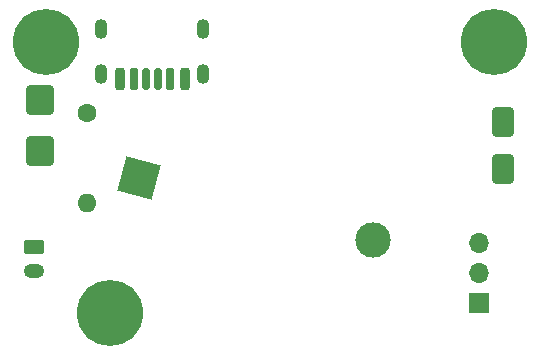
<source format=gbr>
%TF.GenerationSoftware,KiCad,Pcbnew,7.0.8*%
%TF.CreationDate,2025-01-10T13:03:09+01:00*%
%TF.ProjectId,LIR2032-charger,4c495232-3033-4322-9d63-686172676572,rev?*%
%TF.SameCoordinates,Original*%
%TF.FileFunction,Soldermask,Bot*%
%TF.FilePolarity,Negative*%
%FSLAX46Y46*%
G04 Gerber Fmt 4.6, Leading zero omitted, Abs format (unit mm)*
G04 Created by KiCad (PCBNEW 7.0.8) date 2025-01-10 13:03:09*
%MOMM*%
%LPD*%
G01*
G04 APERTURE LIST*
G04 Aperture macros list*
%AMRoundRect*
0 Rectangle with rounded corners*
0 $1 Rounding radius*
0 $2 $3 $4 $5 $6 $7 $8 $9 X,Y pos of 4 corners*
0 Add a 4 corners polygon primitive as box body*
4,1,4,$2,$3,$4,$5,$6,$7,$8,$9,$2,$3,0*
0 Add four circle primitives for the rounded corners*
1,1,$1+$1,$2,$3*
1,1,$1+$1,$4,$5*
1,1,$1+$1,$6,$7*
1,1,$1+$1,$8,$9*
0 Add four rect primitives between the rounded corners*
20,1,$1+$1,$2,$3,$4,$5,0*
20,1,$1+$1,$4,$5,$6,$7,0*
20,1,$1+$1,$6,$7,$8,$9,0*
20,1,$1+$1,$8,$9,$2,$3,0*%
%AMRotRect*
0 Rectangle, with rotation*
0 The origin of the aperture is its center*
0 $1 length*
0 $2 width*
0 $3 Rotation angle, in degrees counterclockwise*
0 Add horizontal line*
21,1,$1,$2,0,0,$3*%
G04 Aperture macros list end*
%ADD10R,1.700000X1.700000*%
%ADD11O,1.700000X1.700000*%
%ADD12C,5.600000*%
%ADD13RotRect,3.000000X3.000000X345.000000*%
%ADD14C,3.000000*%
%ADD15C,1.600000*%
%ADD16O,1.600000X1.600000*%
%ADD17RoundRect,0.250000X0.900000X-1.000000X0.900000X1.000000X-0.900000X1.000000X-0.900000X-1.000000X0*%
%ADD18RoundRect,0.175000X-0.175000X-0.750000X0.175000X-0.750000X0.175000X0.750000X-0.175000X0.750000X0*%
%ADD19RoundRect,0.190000X0.190000X0.735000X-0.190000X0.735000X-0.190000X-0.735000X0.190000X-0.735000X0*%
%ADD20RoundRect,0.200000X0.200000X0.725000X-0.200000X0.725000X-0.200000X-0.725000X0.200000X-0.725000X0*%
%ADD21RoundRect,0.175000X0.175000X0.750000X-0.175000X0.750000X-0.175000X-0.750000X0.175000X-0.750000X0*%
%ADD22RoundRect,0.190000X-0.190000X-0.735000X0.190000X-0.735000X0.190000X0.735000X-0.190000X0.735000X0*%
%ADD23RoundRect,0.200000X-0.200000X-0.725000X0.200000X-0.725000X0.200000X0.725000X-0.200000X0.725000X0*%
%ADD24O,1.100000X1.700000*%
%ADD25RoundRect,0.250000X-0.625000X0.350000X-0.625000X-0.350000X0.625000X-0.350000X0.625000X0.350000X0*%
%ADD26O,1.750000X1.200000*%
%ADD27RoundRect,0.250000X0.650000X-1.000000X0.650000X1.000000X-0.650000X1.000000X-0.650000X-1.000000X0*%
G04 APERTURE END LIST*
D10*
%TO.C,J3*%
X156300000Y-73680000D03*
D11*
X156300000Y-71140000D03*
X156300000Y-68600000D03*
%TD*%
D12*
%TO.C,H3*%
X125000000Y-74600000D03*
%TD*%
%TO.C,H1*%
X157500000Y-51600000D03*
%TD*%
%TO.C,H2*%
X119600000Y-51600000D03*
%TD*%
D13*
%TO.C,J1*%
X127508180Y-63096798D03*
D14*
X147300000Y-68400000D03*
%TD*%
D15*
%TO.C,R13*%
X123100000Y-57590000D03*
D16*
X123100000Y-65210000D03*
%TD*%
D17*
%TO.C,D4*%
X119100000Y-60850000D03*
X119100000Y-56550000D03*
%TD*%
D18*
%TO.C,J4*%
X128100000Y-54752500D03*
D19*
X130120000Y-54752500D03*
D20*
X131350000Y-54752500D03*
D21*
X129100000Y-54752500D03*
D22*
X127080000Y-54752500D03*
D23*
X125850000Y-54752500D03*
D24*
X124280000Y-50547500D03*
X124280000Y-54347500D03*
X132920000Y-50547500D03*
X132920000Y-54347500D03*
%TD*%
D25*
%TO.C,J2*%
X118600000Y-69000000D03*
D26*
X118600000Y-71000000D03*
%TD*%
D27*
%TO.C,D1*%
X158300000Y-62400000D03*
X158300000Y-58400000D03*
%TD*%
M02*

</source>
